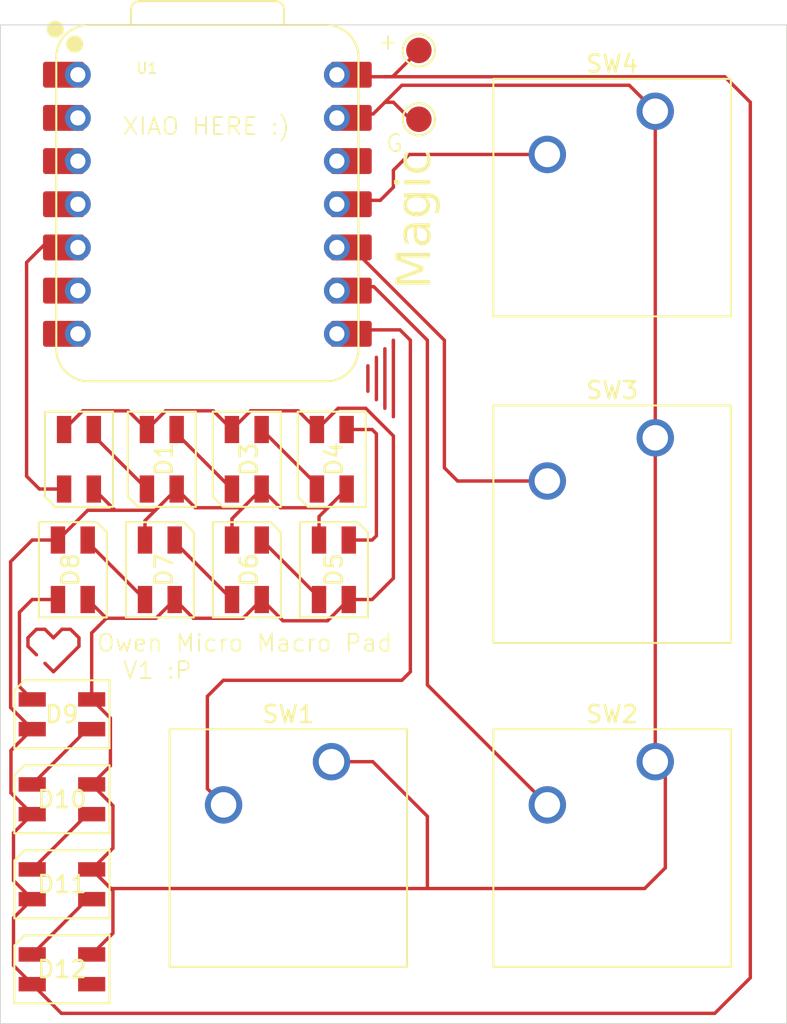
<source format=kicad_pcb>
(kicad_pcb (version 20241229) (generator "pcbnew") (generator_version "9.0")
  (layers (0 "F.Cu" signal) (2 "B.Cu" signal) (13 "F.Paste" user) (15 "B.Paste" user) (5 "F.SilkS" user "F.Silkscreen") (7 "B.SilkS" user "B.Silkscreen") (1 "F.Mask" user) (3 "B.Mask" user) (25 "Edge.Cuts" user))
  (net 0 "")
  (net 1 "GND")
  (net 2 "Net-(D1-DIN)")
  (net 3 "+5V")
  (net 4 "Net-(D2-DIN)")
  (net 5 "Net-(U1-GPIO1{slash}RX)")
  (net 6 "Net-(U1-GPIO2{slash}SCK)")
  (net 7 "Net-(U1-GPIO4{slash}MISO)")
  (net 8 "Net-(U1-GPIO3{slash}MOSI)")
  (net 16 "Net-(D1-DOUT)")
  (net 17 "Net-(D3-DOUT)")
  (net 18 "Net-(D4-DOUT)")
  (net 19 "Net-(D5-DOUT)")
  (net 20 "Net-(D6-DOUT)")
  (net 21 "Net-(D7-DOUT)")
  (net 22 "Net-(D8-DOUT)")
  (net 23 "Net-(D10-DIN)")
  (net 24 "Net-(D10-DOUT)")
  (net 25 "Net-(D11-DOUT)")
  (footprint "LED_SMD:LED_SK6812MINI_PLCC4_3.5x3.5mm_P1.75mm" (layer "F.Cu") (at 66.375 70 -90)
    (property "Reference" "D1" (at 0 -0.125 90) (layer "F.SilkS"))
    (property "Value" "SK6812MINI" (hide yes))
    (fp_line (start -2.8 2) (end 2.2 2) (stroke (width 0.12)) (layer "F.SilkS"))
    (fp_line (start 2.8 1.4) (end 2.2 2) (stroke (width 0.12)) (layer "F.SilkS"))
    (fp_line (start 2.8 1.4) (end 2.8 -2) (stroke (width 0.12)) (layer "F.SilkS"))
    (fp_line (start -2.8 -2) (end -2.8 2) (stroke (width 0.12)) (layer "F.SilkS"))
    (fp_line (start -2.8 -2) (end 2.8 -2) (stroke (width 0.12)) (layer "F.SilkS"))
    (pad "1" smd rect (at -1.75 -0.875 270) (size 1.6 0.85) (layers "F.Cu" "F.Mask" "F.Paste") (net 16 "Net-(D1-DOUT)"))
    (pad "2" smd rect (at -1.75 0.875 270) (size 1.6 0.85) (layers "F.Cu" "F.Mask" "F.Paste") (net 1 "GND"))
    (pad "3" smd rect (at 1.75 0.875 270) (size 1.6 0.85) (layers "F.Cu" "F.Mask" "F.Paste") (net 2 "Net-(D1-DIN)"))
    (pad "4" smd rect (at 1.75 -0.875 270) (size 1.6 0.85) (layers "F.Cu" "F.Mask" "F.Paste") (net 3 "+5V"))
  )
  (footprint "LED_SMD:LED_SK6812MINI_PLCC4_3.5x3.5mm_P1.75mm" (layer "F.Cu") (at 71.38 76.5 90)
    (property "Reference" "D6" (at 0 0.12 90) (layer "F.SilkS"))
    (property "Value" "SK6812MINI" (hide yes))
    (fp_line (start -2.8 -2) (end 2.8 -2) (stroke (width 0.12)) (layer "F.SilkS"))
    (fp_line (start -2.8 -2) (end -2.8 2) (stroke (width 0.12)) (layer "F.SilkS"))
    (fp_line (start 2.8 1.4) (end 2.8 -2) (stroke (width 0.12)) (layer "F.SilkS"))
    (fp_line (start 2.8 1.4) (end 2.2 2) (stroke (width 0.12)) (layer "F.SilkS"))
    (fp_line (start -2.8 2) (end 2.2 2) (stroke (width 0.12)) (layer "F.SilkS"))
    (pad "1" smd rect (at -1.75 -0.875 90) (size 1.6 0.85) (layers "F.Cu" "F.Mask" "F.Paste") (net 20 "Net-(D6-DOUT)"))
    (pad "2" smd rect (at -1.75 0.875 90) (size 1.6 0.85) (layers "F.Cu" "F.Mask" "F.Paste") (net 1 "GND"))
    (pad "3" smd rect (at 1.75 0.875 90) (size 1.6 0.85) (layers "F.Cu" "F.Mask" "F.Paste") (net 19 "Net-(D5-DOUT)"))
    (pad "4" smd rect (at 1.75 -0.875 90) (size 1.6 0.85) (layers "F.Cu" "F.Mask" "F.Paste") (net 3 "+5V"))
  )
  (footprint "LED_SMD:LED_SK6812MINI_PLCC4_3.5x3.5mm_P1.75mm" (layer "F.Cu") (at 76.375 70 -90)
    (property "Reference" "D4" (at 0 -0.125 90) (layer "F.SilkS"))
    (property "Value" "SK6812MINI" (hide yes))
    (fp_line (start -2.8 2) (end 2.2 2) (stroke (width 0.12)) (layer "F.SilkS"))
    (fp_line (start 2.8 1.4) (end 2.2 2) (stroke (width 0.12)) (layer "F.SilkS"))
    (fp_line (start 2.8 1.4) (end 2.8 -2) (stroke (width 0.12)) (layer "F.SilkS"))
    (fp_line (start -2.8 -2) (end -2.8 2) (stroke (width 0.12)) (layer "F.SilkS"))
    (fp_line (start -2.8 -2) (end 2.8 -2) (stroke (width 0.12)) (layer "F.SilkS"))
    (pad "1" smd rect (at -1.75 -0.875 270) (size 1.6 0.85) (layers "F.Cu" "F.Mask" "F.Paste") (net 18 "Net-(D4-DOUT)"))
    (pad "2" smd rect (at -1.75 0.875 270) (size 1.6 0.85) (layers "F.Cu" "F.Mask" "F.Paste") (net 1 "GND"))
    (pad "3" smd rect (at 1.75 0.875 270) (size 1.6 0.85) (layers "F.Cu" "F.Mask" "F.Paste") (net 17 "Net-(D3-DOUT)"))
    (pad "4" smd rect (at 1.75 -0.875 270) (size 1.6 0.85) (layers "F.Cu" "F.Mask" "F.Paste") (net 3 "+5V"))
  )
  (footprint "Button_Switch_Keyboard:SW_Cherry_MX_1.00u_PCB" (layer "F.Cu") (at 95.40875 68.73875)
    (property "Reference" "SW3" (at -2.54 -2.794 0) (layer "F.SilkS"))
    (property "Value" "SW_Push")
    (fp_line (start -9.525 -1.905) (end 4.445 -1.905) (stroke (width 0.12)) (layer "F.SilkS"))
    (fp_line (start -9.525 12.065) (end -9.525 -1.905) (stroke (width 0.12)) (layer "F.SilkS"))
    (fp_line (start 4.445 -1.905) (end 4.445 12.065) (stroke (width 0.12)) (layer "F.SilkS"))
    (fp_line (start 4.445 12.065) (end -9.525 12.065) (stroke (width 0.12)) (layer "F.SilkS"))
    (pad "" np_thru_hole circle (at -7.62 5.08) (size 1.7 1.7) (drill 1.7) (layers "*.Cu" "*.Mask"))
    (pad "" np_thru_hole circle (at -2.54 5.08) (size 4 4) (drill 4) (layers "*.Cu" "*.Mask"))
    (pad "" np_thru_hole circle (at 2.54 5.08) (size 1.7 1.7) (drill 1.7) (layers "*.Cu" "*.Mask"))
    (pad "1" thru_hole circle (at 0 0) (size 2.2 2.2) (drill 1.5) (layers "*.Cu" "*.Mask") (net 1 "GND"))
    (pad "2" thru_hole circle (at -6.35 2.54) (size 2.2 2.2) (drill 1.5) (layers "*.Cu" "*.Mask") (net 7 "Net-(U1-GPIO4{slash}MISO)"))
  )
  (footprint "LED_SMD:LED_SK6812MINI_PLCC4_3.5x3.5mm_P1.75mm" (layer "F.Cu") (at 66.26 76.5 90)
    (property "Reference" "D7" (at 0 0.24 90) (layer "F.SilkS"))
    (property "Value" "SK6812MINI" (hide yes))
    (fp_line (start -2.8 -2) (end 2.8 -2) (stroke (width 0.12)) (layer "F.SilkS"))
    (fp_line (start -2.8 -2) (end -2.8 2) (stroke (width 0.12)) (layer "F.SilkS"))
    (fp_line (start 2.8 1.4) (end 2.8 -2) (stroke (width 0.12)) (layer "F.SilkS"))
    (fp_line (start 2.8 1.4) (end 2.2 2) (stroke (width 0.12)) (layer "F.SilkS"))
    (fp_line (start -2.8 2) (end 2.2 2) (stroke (width 0.12)) (layer "F.SilkS"))
    (pad "1" smd rect (at -1.75 -0.875 90) (size 1.6 0.85) (layers "F.Cu" "F.Mask" "F.Paste") (net 21 "Net-(D7-DOUT)"))
    (pad "2" smd rect (at -1.75 0.875 90) (size 1.6 0.85) (layers "F.Cu" "F.Mask" "F.Paste") (net 1 "GND"))
    (pad "3" smd rect (at 1.75 0.875 90) (size 1.6 0.85) (layers "F.Cu" "F.Mask" "F.Paste") (net 20 "Net-(D6-DOUT)"))
    (pad "4" smd rect (at 1.75 -0.875 90) (size 1.6 0.85) (layers "F.Cu" "F.Mask" "F.Paste") (net 3 "+5V"))
  )
  (footprint "LED_SMD:LED_SK6812MINI_PLCC4_3.5x3.5mm_P1.75mm" (layer "F.Cu") (at 60.5 95 180)
    (property "Reference" "D11" (at 0 0 0) (layer "F.SilkS"))
    (property "Value" "SK6812MINI" (hide yes))
    (fp_line (start 2.8 1.4) (end 2.8 -2) (stroke (width 0.12)) (layer "F.SilkS"))
    (fp_line (start 2.8 1.4) (end 2.2 2) (stroke (width 0.12)) (layer "F.SilkS"))
    (fp_line (start -2.8 2) (end 2.2 2) (stroke (width 0.12)) (layer "F.SilkS"))
    (fp_line (start -2.8 -2) (end 2.8 -2) (stroke (width 0.12)) (layer "F.SilkS"))
    (fp_line (start -2.8 -2) (end -2.8 2) (stroke (width 0.12)) (layer "F.SilkS"))
    (pad "1" smd rect (at -1.75 -0.875 180) (size 1.6 0.85) (layers "F.Cu" "F.Mask" "F.Paste") (net 25 "Net-(D11-DOUT)"))
    (pad "2" smd rect (at -1.75 0.875 180) (size 1.6 0.85) (layers "F.Cu" "F.Mask" "F.Paste") (net 1 "GND"))
    (pad "3" smd rect (at 1.75 0.875 180) (size 1.6 0.85) (layers "F.Cu" "F.Mask" "F.Paste") (net 24 "Net-(D10-DOUT)"))
    (pad "4" smd rect (at 1.75 -0.875 180) (size 1.6 0.85) (layers "F.Cu" "F.Mask" "F.Paste") (net 3 "+5V"))
  )
  (footprint "LED_SMD:LED_SK6812MINI_PLCC4_3.5x3.5mm_P1.75mm" (layer "F.Cu") (at 61.14 76.5 90)
    (property "Reference" "D8" (at 0 -0.14 90) (layer "F.SilkS"))
    (property "Value" "SK6812MINI" (hide yes))
    (fp_line (start -2.8 -2) (end 2.8 -2) (stroke (width 0.12)) (layer "F.SilkS"))
    (fp_line (start -2.8 -2) (end -2.8 2) (stroke (width 0.12)) (layer "F.SilkS"))
    (fp_line (start 2.8 1.4) (end 2.8 -2) (stroke (width 0.12)) (layer "F.SilkS"))
    (fp_line (start 2.8 1.4) (end 2.2 2) (stroke (width 0.12)) (layer "F.SilkS"))
    (fp_line (start -2.8 2) (end 2.2 2) (stroke (width 0.12)) (layer "F.SilkS"))
    (pad "1" smd rect (at -1.75 -0.875 90) (size 1.6 0.85) (layers "F.Cu" "F.Mask" "F.Paste") (net 22 "Net-(D8-DOUT)"))
    (pad "2" smd rect (at -1.75 0.875 90) (size 1.6 0.85) (layers "F.Cu" "F.Mask" "F.Paste") (net 1 "GND"))
    (pad "3" smd rect (at 1.75 0.875 90) (size 1.6 0.85) (layers "F.Cu" "F.Mask" "F.Paste") (net 21 "Net-(D7-DOUT)"))
    (pad "4" smd rect (at 1.75 -0.875 90) (size 1.6 0.85) (layers "F.Cu" "F.Mask" "F.Paste") (net 3 "+5V"))
  )
  (footprint "LED_SMD:LED_SK6812MINI_PLCC4_3.5x3.5mm_P1.75mm" (layer "F.Cu") (at 60.5 100 180)
    (property "Reference" "D12" (at 0 0 0) (layer "F.SilkS"))
    (property "Value" "SK6812MINI" (hide yes))
    (fp_line (start 2.8 1.4) (end 2.8 -2) (stroke (width 0.12)) (layer "F.SilkS"))
    (fp_line (start 2.8 1.4) (end 2.2 2) (stroke (width 0.12)) (layer "F.SilkS"))
    (fp_line (start -2.8 2) (end 2.2 2) (stroke (width 0.12)) (layer "F.SilkS"))
    (fp_line (start -2.8 -2) (end 2.8 -2) (stroke (width 0.12)) (layer "F.SilkS"))
    (fp_line (start -2.8 -2) (end -2.8 2) (stroke (width 0.12)) (layer "F.SilkS"))
    (pad "1" smd rect (at -1.75 -0.875 180) (size 1.6 0.85) (layers "F.Cu" "F.Mask" "F.Paste"))
    (pad "2" smd rect (at -1.75 0.875 180) (size 1.6 0.85) (layers "F.Cu" "F.Mask" "F.Paste") (net 1 "GND"))
    (pad "3" smd rect (at 1.75 0.875 180) (size 1.6 0.85) (layers "F.Cu" "F.Mask" "F.Paste") (net 25 "Net-(D11-DOUT)"))
    (pad "4" smd rect (at 1.75 -0.875 180) (size 1.6 0.85) (layers "F.Cu" "F.Mask" "F.Paste") (net 3 "+5V"))
  )
  (footprint "TestPoint:TestPoint_Pad_D1.5mm" (layer "F.Cu") (at 81.5 45.95)
    (property "Reference" "TP1" (hide yes))
    (property "Value" "TestPoint" (hide yes))
    (fp_circle (center 0 0) (end 0 0.95) (stroke (width 0.12)) (fill no) (layer "F.SilkS"))
    (pad "1" smd circle (at 0 0) (size 1.5 1.5) (layers "F.Cu" "F.Mask") (net 3 "+5V"))
  )
  (footprint "LED_SMD:LED_SK6812MINI_PLCC4_3.5x3.5mm_P1.75mm" (layer "F.Cu") (at 61.5 70 -90)
    (property "Reference" "D2" (hide yes))
    (property "Value" "SK6812MINI")
    (fp_line (start -2.8 2) (end 2.2 2) (stroke (width 0.12)) (layer "F.SilkS"))
    (fp_line (start 2.8 1.4) (end 2.2 2) (stroke (width 0.12)) (layer "F.SilkS"))
    (fp_line (start 2.8 1.4) (end 2.8 -2) (stroke (width 0.12)) (layer "F.SilkS"))
    (fp_line (start -2.8 -2) (end -2.8 2) (stroke (width 0.12)) (layer "F.SilkS"))
    (fp_line (start -2.8 -2) (end 2.8 -2) (stroke (width 0.12)) (layer "F.SilkS"))
    (pad "1" smd rect (at -1.75 -0.875 270) (size 1.6 0.85) (layers "F.Cu" "F.Mask" "F.Paste") (net 2 "Net-(D1-DIN)"))
    (pad "2" smd rect (at -1.75 0.875 270) (size 1.6 0.85) (layers "F.Cu" "F.Mask" "F.Paste") (net 1 "GND"))
    (pad "3" smd rect (at 1.75 0.875 270) (size 1.6 0.85) (layers "F.Cu" "F.Mask" "F.Paste") (net 4 "Net-(D2-DIN)"))
    (pad "4" smd rect (at 1.75 -0.875 270) (size 1.6 0.85) (layers "F.Cu" "F.Mask" "F.Paste") (net 3 "+5V"))
  )
  (footprint "TestPoint:TestPoint_Pad_D1.5mm" (layer "F.Cu") (at 81.5 50)
    (property "Reference" "TP2" (hide yes))
    (property "Value" "TestPoint" (hide yes))
    (fp_circle (center 0 0) (end 0 0.95) (stroke (width 0.12)) (fill no) (layer "F.SilkS"))
    (pad "1" smd circle (at 0 0) (size 1.5 1.5) (layers "F.Cu" "F.Mask") (net 1 "GND"))
  )
  (footprint "OPL:XIAO-RP2040-DIP" (layer "F.Cu") (at 69.05625 55)
    (property "Reference" "U1" (at -3.55625 -8 0) (layer "F.SilkS") (effects (font (size 0.635 0.635) (thickness 0.1016))))
    (property "Value" "XIAO-RP2040-DIP")
    (fp_line (start -8.89 8.509) (end -8.89 -8.636) (stroke (width 0.127)) (layer "F.SilkS"))
    (fp_line (start -6.985 10.414) (end 6.985 10.414) (stroke (width 0.127)) (layer "F.SilkS"))
    (fp_line (start -4.495 -10.541) (end -4.491272 -11.451272) (stroke (width 0.127)) (layer "F.SilkS"))
    (fp_line (start -3.991272 -11.951) (end 4.004 -11.951) (stroke (width 0.127)) (layer "F.SilkS"))
    (fp_line (start 4.504 -11.451) (end 4.504 -10.541) (stroke (width 0.127)) (layer "F.SilkS"))
    (fp_line (start 6.985 -10.541) (end -6.985 -10.541) (stroke (width 0.1)) (layer "F.SilkS"))
    (fp_line (start 6.985 -10.541) (end -6.985 -10.541) (stroke (width 0.127)) (layer "F.SilkS"))
    (fp_line (start 8.89 8.509) (end 8.89 -8.636) (stroke (width 0.127)) (layer "F.SilkS"))
    (fp_arc (start -8.89 -8.636) (mid -8.332038 -9.983038) (end -6.985 -10.541) (stroke (width 0.127)) (layer "F.SilkS"))
    (fp_arc (start -6.985 10.414) (mid -8.332038 9.856038) (end -8.89 8.509) (stroke (width 0.127)) (layer "F.SilkS"))
    (fp_arc (start -4.491272 -11.451272) (mid -4.344728 -11.80464) (end -3.991272 -11.951) (stroke (width 0.127)) (layer "F.SilkS"))
    (fp_arc (start 4.004 -11.951) (mid 4.357553 -11.804553) (end 4.504 -11.451) (stroke (width 0.127)) (layer "F.SilkS"))
    (fp_arc (start 6.985 -10.541) (mid 8.332038 -9.983038) (end 8.89 -8.636) (stroke (width 0.127)) (layer "F.SilkS"))
    (fp_arc (start 8.89 8.509) (mid 8.332038 9.856038) (end 6.985 10.414) (stroke (width 0.127)) (layer "F.SilkS"))
    (fp_circle (center -8.95 -10.3) (end -8.95 -10.554) (stroke (width 0.5)) (fill yes) (layer "F.SilkS"))
    (fp_circle (center -7.807 -9.42) (end -7.807 -9.674) (stroke (width 0.5)) (fill yes) (layer "F.SilkS"))
    (pad "1" smd roundrect (at -8.455 -7.62 180) (size 2.432 1.524) (layers "F.Cu" "F.Mask") (roundrect_rratio 0.1))
    (pad "1" thru_hole circle (at -7.62 -7.62 180) (size 1.524 1.524) (drill 0.889) (layers "*.Cu" "*.Mask"))
    (pad "2" smd roundrect (at -8.455 -5.08 180) (size 2.432 1.524) (layers "F.Cu" "F.Mask") (roundrect_rratio 0.1))
    (pad "2" thru_hole circle (at -7.62 -5.08 180) (size 1.524 1.524) (drill 0.889) (layers "*.Cu" "*.Mask"))
    (pad "3" smd roundrect (at -8.455 -2.54 180) (size 2.432 1.524) (layers "F.Cu" "F.Mask") (roundrect_rratio 0.1))
    (pad "3" thru_hole circle (at -7.62 -2.54 180) (size 1.524 1.524) (drill 0.889) (layers "*.Cu" "*.Mask"))
    (pad "4" smd roundrect (at -8.455 0 180) (size 2.432 1.524) (layers "F.Cu" "F.Mask") (roundrect_rratio 0.1))
    (pad "4" thru_hole circle (at -7.62 0 180) (size 1.524 1.524) (drill 0.889) (layers "*.Cu" "*.Mask"))
    (pad "5" smd roundrect (at -8.455 2.54 180) (size 2.432 1.524) (layers "F.Cu" "F.Mask") (roundrect_rratio 0.1) (net 4 "Net-(D2-DIN)"))
    (pad "5" thru_hole circle (at -7.62 2.54 180) (size 1.524 1.524) (drill 0.889) (layers "*.Cu" "*.Mask") (net 4 "Net-(D2-DIN)"))
    (pad "6" smd roundrect (at -8.455 5.08 180) (size 2.432 1.524) (layers "F.Cu" "F.Mask") (roundrect_rratio 0.1))
    (pad "6" thru_hole circle (at -7.62 5.08 180) (size 1.524 1.524) (drill 0.889) (layers "*.Cu" "*.Mask"))
    (pad "7" smd roundrect (at -8.455 7.62 180) (size 2.432 1.524) (layers "F.Cu" "F.Mask") (roundrect_rratio 0.1))
    (pad "7" thru_hole circle (at -7.62 7.62 180) (size 1.524 1.524) (drill 0.889) (layers "*.Cu" "*.Mask"))
    (pad "8" thru_hole circle (at 7.62 7.62) (size 1.524 1.524) (drill 0.889) (layers "*.Cu" "*.Mask") (net 5 "Net-(U1-GPIO1{slash}RX)"))
    (pad "8" smd roundrect (at 8.455 7.62) (size 2.432 1.524) (layers "F.Cu" "F.Mask") (roundrect_rratio 0.1) (net 5 "Net-(U1-GPIO1{slash}RX)"))
    (pad "9" thru_hole circle (at 7.62 5.08) (size 1.524 1.524) (drill 0.889) (layers "*.Cu" "*.Mask") (net 6 "Net-(U1-GPIO2{slash}SCK)"))
    (pad "9" smd roundrect (at 8.455 5.08) (size 2.432 1.524) (layers "F.Cu" "F.Mask") (roundrect_rratio 0.1) (net 6 "Net-(U1-GPIO2{slash}SCK)"))
    (pad "10" thru_hole circle (at 7.62 2.54) (size 1.524 1.524) (drill 0.889) (layers "*.Cu" "*.Mask") (net 7 "Net-(U1-GPIO4{slash}MISO)"))
    (pad "10" smd roundrect (at 8.455 2.54) (size 2.432 1.524) (layers "F.Cu" "F.Mask") (roundrect_rratio 0.1) (net 7 "Net-(U1-GPIO4{slash}MISO)"))
    (pad "11" thru_hole circle (at 7.62 0) (size 1.524 1.524) (drill 0.889) (layers "*.Cu" "*.Mask") (net 8 "Net-(U1-GPIO3{slash}MOSI)"))
    (pad "11" smd roundrect (at 8.455 0) (size 2.432 1.524) (layers "F.Cu" "F.Mask") (roundrect_rratio 0.1) (net 8 "Net-(U1-GPIO3{slash}MOSI)"))
    (pad "12" thru_hole circle (at 7.62 -2.54) (size 1.524 1.524) (drill 0.889) (layers "*.Cu" "*.Mask"))
    (pad "12" smd roundrect (at 8.455 -2.54) (size 2.432 1.524) (layers "F.Cu" "F.Mask") (roundrect_rratio 0.1))
    (pad "13" thru_hole circle (at 7.62 -5.08) (size 1.524 1.524) (drill 0.889) (layers "*.Cu" "*.Mask") (net 1 "GND"))
    (pad "13" smd roundrect (at 8.455 -5.08) (size 2.432 1.524) (layers "F.Cu" "F.Mask") (roundrect_rratio 0.1) (net 1 "GND"))
    (pad "14" thru_hole circle (at 7.62 -7.62) (size 1.524 1.524) (drill 0.889) (layers "*.Cu" "*.Mask") (net 3 "+5V"))
    (pad "14" smd roundrect (at 8.455 -7.62) (size 2.432 1.524) (layers "F.Cu" "F.Mask") (roundrect_rratio 0.1) (net 3 "+5V"))
  )
  (footprint "Button_Switch_Keyboard:SW_Cherry_MX_1.00u_PCB" (layer "F.Cu") (at 95.40875 87.78875)
    (property "Reference" "SW2" (at -2.54 -2.794 0) (layer "F.SilkS"))
    (property "Value" "SW_Push")
    (fp_line (start -9.525 -1.905) (end 4.445 -1.905) (stroke (width 0.12)) (layer "F.SilkS"))
    (fp_line (start -9.525 12.065) (end -9.525 -1.905) (stroke (width 0.12)) (layer "F.SilkS"))
    (fp_line (start 4.445 -1.905) (end 4.445 12.065) (stroke (width 0.12)) (layer "F.SilkS"))
    (fp_line (start 4.445 12.065) (end -9.525 12.065) (stroke (width 0.12)) (layer "F.SilkS"))
    (pad "" np_thru_hole circle (at -7.62 5.08) (size 1.7 1.7) (drill 1.7) (layers "*.Cu" "*.Mask"))
    (pad "" np_thru_hole circle (at -2.54 5.08) (size 4 4) (drill 4) (layers "*.Cu" "*.Mask"))
    (pad "" np_thru_hole circle (at 2.54 5.08) (size 1.7 1.7) (drill 1.7) (layers "*.Cu" "*.Mask"))
    (pad "1" thru_hole circle (at 0 0) (size 2.2 2.2) (drill 1.5) (layers "*.Cu" "*.Mask") (net 1 "GND"))
    (pad "2" thru_hole circle (at -6.35 2.54) (size 2.2 2.2) (drill 1.5) (layers "*.Cu" "*.Mask") (net 6 "Net-(U1-GPIO2{slash}SCK)"))
  )
  (footprint "Button_Switch_Keyboard:SW_Cherry_MX_1.00u_PCB" (layer "F.Cu") (at 95.40875 49.53)
    (property "Reference" "SW4" (at -2.54 -2.794 0) (layer "F.SilkS"))
    (property "Value" "SW_Push")
    (fp_line (start -9.525 -1.905) (end 4.445 -1.905) (stroke (width 0.12)) (layer "F.SilkS"))
    (fp_line (start -9.525 12.065) (end -9.525 -1.905) (stroke (width 0.12)) (layer "F.SilkS"))
    (fp_line (start 4.445 -1.905) (end 4.445 12.065) (stroke (width 0.12)) (layer "F.SilkS"))
    (fp_line (start 4.445 12.065) (end -9.525 12.065) (stroke (width 0.12)) (layer "F.SilkS"))
    (pad "" np_thru_hole circle (at -7.62 5.08) (size 1.7 1.7) (drill 1.7) (layers "*.Cu" "*.Mask"))
    (pad "" np_thru_hole circle (at -2.54 5.08) (size 4 4) (drill 4) (layers "*.Cu" "*.Mask"))
    (pad "" np_thru_hole circle (at 2.54 5.08) (size 1.7 1.7) (drill 1.7) (layers "*.Cu" "*.Mask"))
    (pad "1" thru_hole circle (at 0 0) (size 2.2 2.2) (drill 1.5) (layers "*.Cu" "*.Mask") (net 1 "GND"))
    (pad "2" thru_hole circle (at -6.35 2.54) (size 2.2 2.2) (drill 1.5) (layers "*.Cu" "*.Mask") (net 8 "Net-(U1-GPIO3{slash}MOSI)"))
  )
  (footprint "LED_SMD:LED_SK6812MINI_PLCC4_3.5x3.5mm_P1.75mm" (layer "F.Cu") (at 60.5 90 180)
    (property "Reference" "D10" (at 0 0 0) (layer "F.SilkS"))
    (property "Value" "SK6812MINI" (hide yes))
    (fp_line (start 2.8 1.4) (end 2.8 -2) (stroke (width 0.12)) (layer "F.SilkS"))
    (fp_line (start 2.8 1.4) (end 2.2 2) (stroke (width 0.12)) (layer "F.SilkS"))
    (fp_line (start -2.8 2) (end 2.2 2) (stroke (width 0.12)) (layer "F.SilkS"))
    (fp_line (start -2.8 -2) (end 2.8 -2) (stroke (width 0.12)) (layer "F.SilkS"))
    (fp_line (start -2.8 -2) (end -2.8 2) (stroke (width 0.12)) (layer "F.SilkS"))
    (pad "1" smd rect (at -1.75 -0.875 180) (size 1.6 0.85) (layers "F.Cu" "F.Mask" "F.Paste") (net 24 "Net-(D10-DOUT)"))
    (pad "2" smd rect (at -1.75 0.875 180) (size 1.6 0.85) (layers "F.Cu" "F.Mask" "F.Paste") (net 1 "GND"))
    (pad "3" smd rect (at 1.75 0.875 180) (size 1.6 0.85) (layers "F.Cu" "F.Mask" "F.Paste") (net 23 "Net-(D10-DIN)"))
    (pad "4" smd rect (at 1.75 -0.875 180) (size 1.6 0.85) (layers "F.Cu" "F.Mask" "F.Paste") (net 3 "+5V"))
  )
  (footprint "LED_SMD:LED_SK6812MINI_PLCC4_3.5x3.5mm_P1.75mm" (layer "F.Cu") (at 76.5 76.5 90)
    (property "Reference" "D5" (at 0 0 90) (layer "F.SilkS"))
    (property "Value" "SK6812MINI" (hide yes))
    (fp_line (start -2.8 -2) (end 2.8 -2) (stroke (width 0.12)) (layer "F.SilkS"))
    (fp_line (start -2.8 -2) (end -2.8 2) (stroke (width 0.12)) (layer "F.SilkS"))
    (fp_line (start 2.8 1.4) (end 2.8 -2) (stroke (width 0.12)) (layer "F.SilkS"))
    (fp_line (start 2.8 1.4) (end 2.2 2) (stroke (width 0.12)) (layer "F.SilkS"))
    (fp_line (start -2.8 2) (end 2.2 2) (stroke (width 0.12)) (layer "F.SilkS"))
    (pad "1" smd rect (at -1.75 -0.875 90) (size 1.6 0.85) (layers "F.Cu" "F.Mask" "F.Paste") (net 19 "Net-(D5-DOUT)"))
    (pad "2" smd rect (at -1.75 0.875 90) (size 1.6 0.85) (layers "F.Cu" "F.Mask" "F.Paste") (net 1 "GND"))
    (pad "3" smd rect (at 1.75 0.875 90) (size 1.6 0.85) (layers "F.Cu" "F.Mask" "F.Paste") (net 18 "Net-(D4-DOUT)"))
    (pad "4" smd rect (at 1.75 -0.875 90) (size 1.6 0.85) (layers "F.Cu" "F.Mask" "F.Paste") (net 3 "+5V"))
  )
  (footprint "LED_SMD:LED_SK6812MINI_PLCC4_3.5x3.5mm_P1.75mm" (layer "F.Cu") (at 71.375 70 -90)
    (property "Reference" "D3" (at 0 -0.125 90) (layer "F.SilkS"))
    (property "Value" "SK6812MINI" (hide yes))
    (fp_line (start -2.8 2) (end 2.2 2) (stroke (width 0.12)) (layer "F.SilkS"))
    (fp_line (start 2.8 1.4) (end 2.2 2) (stroke (width 0.12)) (layer "F.SilkS"))
    (fp_line (start 2.8 1.4) (end 2.8 -2) (stroke (width 0.12)) (layer "F.SilkS"))
    (fp_line (start -2.8 -2) (end -2.8 2) (stroke (width 0.12)) (layer "F.SilkS"))
    (fp_line (start -2.8 -2) (end 2.8 -2) (stroke (width 0.12)) (layer "F.SilkS"))
    (pad "1" smd rect (at -1.75 -0.875 270) (size 1.6 0.85) (layers "F.Cu" "F.Mask" "F.Paste") (net 17 "Net-(D3-DOUT)"))
    (pad "2" smd rect (at -1.75 0.875 270) (size 1.6 0.85) (layers "F.Cu" "F.Mask" "F.Paste") (net 1 "GND"))
    (pad "3" smd rect (at 1.75 0.875 270) (size 1.6 0.85) (layers "F.Cu" "F.Mask" "F.Paste") (net 16 "Net-(D1-DOUT)"))
    (pad "4" smd rect (at 1.75 -0.875 270) (size 1.6 0.85) (layers "F.Cu" "F.Mask" "F.Paste") (net 3 "+5V"))
  )
  (footprint "Button_Switch_Keyboard:SW_Cherry_MX_1.00u_PCB" (layer "F.Cu") (at 76.35875 87.78875)
    (property "Reference" "SW1" (at -2.54 -2.794 0) (layer "F.SilkS"))
    (property "Value" "SW_Push")
    (fp_line (start -9.525 -1.905) (end 4.445 -1.905) (stroke (width 0.12)) (layer "F.SilkS"))
    (fp_line (start -9.525 12.065) (end -9.525 -1.905) (stroke (width 0.12)) (layer "F.SilkS"))
    (fp_line (start 4.445 -1.905) (end 4.445 12.065) (stroke (width 0.12)) (layer "F.SilkS"))
    (fp_line (start 4.445 12.065) (end -9.525 12.065) (stroke (width 0.12)) (layer "F.SilkS"))
    (pad "" np_thru_hole circle (at -7.62 5.08) (size 1.7 1.7) (drill 1.7) (layers "*.Cu" "*.Mask"))
    (pad "" np_thru_hole circle (at -2.54 5.08) (size 4 4) (drill 4) (layers "*.Cu" "*.Mask"))
    (pad "" np_thru_hole circle (at 2.54 5.08) (size 1.7 1.7) (drill 1.7) (layers "*.Cu" "*.Mask"))
    (pad "1" thru_hole circle (at 0 0) (size 2.2 2.2) (drill 1.5) (layers "*.Cu" "*.Mask") (net 1 "GND"))
    (pad "2" thru_hole circle (at -6.35 2.54) (size 2.2 2.2) (drill 1.5) (layers "*.Cu" "*.Mask") (net 5 "Net-(U1-GPIO1{slash}RX)"))
  )
  (footprint "LED_SMD:LED_SK6812MINI_PLCC4_3.5x3.5mm_P1.75mm" (layer "F.Cu") (at 60.5 85 180)
    (property "Reference" "D9" (at 0 0 0) (layer "F.SilkS"))
    (property "Value" "SK6812MINI" (hide yes))
    (fp_line (start 2.8 1.4) (end 2.8 -2) (stroke (width 0.12)) (layer "F.SilkS"))
    (fp_line (start 2.8 1.4) (end 2.2 2) (stroke (width 0.12)) (layer "F.SilkS"))
    (fp_line (start -2.8 2) (end 2.2 2) (stroke (width 0.12)) (layer "F.SilkS"))
    (fp_line (start -2.8 -2) (end 2.8 -2) (stroke (width 0.12)) (layer "F.SilkS"))
    (fp_line (start -2.8 -2) (end -2.8 2) (stroke (width 0.12)) (layer "F.SilkS"))
    (pad "1" smd rect (at -1.75 -0.875 180) (size 1.6 0.85) (layers "F.Cu" "F.Mask" "F.Paste") (net 23 "Net-(D10-DIN)"))
    (pad "2" smd rect (at -1.75 0.875 180) (size 1.6 0.85) (layers "F.Cu" "F.Mask" "F.Paste") (net 1 "GND"))
    (pad "3" smd rect (at 1.75 0.875 180) (size 1.6 0.85) (layers "F.Cu" "F.Mask" "F.Paste") (net 22 "Net-(D8-DOUT)"))
    (pad "4" smd rect (at 1.75 -0.875 180) (size 1.6 0.85) (layers "F.Cu" "F.Mask" "F.Paste") (net 3 "+5V"))
  )
  (gr_rect (start 56.88 44.45) (end 103.14 103.19) (stroke (width 0.05)) (fill no) (layer "Edge.Cuts"))
  (gr_text "XIAO HERE :)" (at 64 51 0) (layer "F.SilkS") (effects (font (size 1 1) (thickness 0.1)) (justify left bottom)))
  (gr_text "+" (at 79 46 0) (layer "F.SilkS") (effects (font (size 1 1) (thickness 0.1)) (justify left bottom)))
  (gr_text "G" (at 79.5 52 0) (layer "F.SilkS") (effects (font (size 1 1) (thickness 0.1)) (justify left bottom)))
  (gr_text "Owen Micro Macro Pad\n  V1 :P" (at 62.5 83 0) (layer "F.SilkS") (effects (font (size 1 1) (thickness 0.1)) (justify left bottom)))
  (gr_text "Magic" (at 82.5 60 90) (layer "F.SilkS") (effects (font (size 2 2) (thickness 0.1)) (justify left bottom)))
  (segment (start 79 64) (end 79 66.5) (width 0.2) (layer "F.Cu") (net 0))
  (segment (start 80 63) (end 80 63.5) (width 0.2) (layer "F.Cu") (net 0))
  (segment (start 60.5 80) (end 60 80.5) (width 0.2) (layer "F.Cu") (net 0))
  (segment (start 61.5 81) (end 61.5 80.5) (width 0.2) (layer "F.Cu") (net 0))
  (segment (start 78.5 64.5) (end 78.5 66) (width 0.2) (layer "F.Cu") (net 0))
  (segment (start 59.5 82) (end 60 82.5) (width 0.2) (layer "F.Cu") (net 0))
  (segment (start 59.5 80) (end 59 80) (width 0.2) (layer "F.Cu") (net 0))
  (segment (start 58.5 81) (end 59 81.5) (width 0.2) (layer "F.Cu") (net 0))
  (segment (start 60 80.5) (end 59.5 80) (width 0.2) (layer "F.Cu") (net 0))
  (segment (start 79.5 63.5) (end 79.5 67) (width 0.2) (layer "F.Cu") (net 0))
  (segment (start 80 67.5) (end 80 63) (width 0.2) (layer "F.Cu") (net 0))
  (segment (start 60 82.5) (end 61.5 81) (width 0.2) (layer "F.Cu") (net 0))
  (segment (start 61.5 80.5) (end 61 80) (width 0.2) (layer "F.Cu") (net 0))
  (segment (start 59 80) (end 58.5 80.5) (width 0.2) (layer "F.Cu") (net 0))
  (segment (start 61 80) (end 60.5 80) (width 0.2) (layer "F.Cu") (net 0))
  (segment (start 58.5 80.5) (end 58.5 81) (width 0.2) (layer "F.Cu") (net 0))
  (segment (start 63.351 85.226) (end 63.351 88.024) (width 0.2) (layer "F.Cu") (net 1))
  (segment (start 72.255 78.25) (end 71.154 79.351) (width 0.2) (layer "F.Cu") (net 1))
  (segment (start 63.351 88.024) (end 62.25 89.125) (width 0.2) (layer "F.Cu") (net 1))
  (segment (start 67.135 78.25) (end 66.034 79.351) (width 0.2) (layer "F.Cu") (net 1))
  (segment (start 63.375 95.25) (end 82 95.25) (width 0.2) (layer "F.Cu") (net 1))
  (segment (start 75.5 68.25) (end 76.75 67) (width 0.2) (layer "F.Cu") (net 1))
  (segment (start 73.505 79.5) (end 72.255 78.25) (width 0.2) (layer "F.Cu") (net 1))
  (segment (start 62.25 80.217) (end 63.116 79.351) (width 0.2) (layer "F.Cu") (net 1))
  (segment (start 63.5 97.875) (end 62.25 99.125) (width 0.2) (layer "F.Cu") (net 1))
  (segment (start 78.75 78.25) (end 77.375 78.25) (width 0.2) (layer "F.Cu") (net 1))
  (segment (start 62.25 84.125) (end 62.25 80.217) (width 0.2) (layer "F.Cu") (net 1))
  (segment (start 76.35875 87.78875) (end 78.78875 87.78875) (width 0.2) (layer "F.Cu") (net 1))
  (segment (start 77.375 78.25) (end 76.125 79.5) (width 0.2) (layer "F.Cu") (net 1))
  (segment (start 80 77) (end 78.75 78.25) (width 0.2) (layer "F.Cu") (net 1))
  (segment (start 69.399 67.149) (end 70.5 68.25) (width 0.2) (layer "F.Cu") (net 1))
  (segment (start 96 94.031158) (end 96 88.38) (width 0.2) (layer "F.Cu") (net 1))
  (segment (start 95.40875 49.53) (end 93.87875 48) (width 0.2) (layer "F.Cu") (net 1))
  (segment (start 63.5 95.375) (end 63.5 97.875) (width 0.2) (layer "F.Cu") (net 1))
  (segment (start 80.5 48) (end 79.5 49) (width 0.2) (layer "F.Cu") (net 1))
  (segment (start 71.154 79.351) (end 68.236 79.351) (width 0.2) (layer "F.Cu") (net 1))
  (segment (start 66.034 79.351) (end 63.116 79.351) (width 0.2) (layer "F.Cu") (net 1))
  (segment (start 66.601 67.149) (end 69.399 67.149) (width 0.2) (layer "F.Cu") (net 1))
  (segment (start 82 95.25) (end 94.781158 95.25) (width 0.2) (layer "F.Cu") (net 1))
  (segment (start 82 91) (end 82 95.25) (width 0.2) (layer "F.Cu") (net 1))
  (segment (start 79.5 49) (end 79 49.5) (width 0.2) (layer "F.Cu") (net 1))
  (segment (start 74.399 67.149) (end 75.5 68.25) (width 0.2) (layer "F.Cu") (net 1))
  (segment (start 78.81125 49.68875) (end 77.51125 49.68875) (width 0.2) (layer "F.Cu") (net 1))
  (segment (start 70.5 68.25) (end 71.601 67.149) (width 0.2) (layer "F.Cu") (net 1))
  (segment (start 61.726 67.149) (end 64.399 67.149) (width 0.2) (layer "F.Cu") (net 1))
  (segment (start 95.40875 87.78875) (end 95.40875 68.73875) (width 0.2) (layer "F.Cu") (net 1))
  (segment (start 78.375 67) (end 80 68.625) (width 0.2) (layer "F.Cu") (net 1))
  (segment (start 63.116 79.351) (end 62.015 78.25) (width 0.2) (layer "F.Cu") (net 1))
  (segment (start 71.601 67.149) (end 74.399 67.149) (width 0.2) (layer "F.Cu") (net 1))
  (segment (start 76.125 79.5) (end 73.505 79.5) (width 0.2) (layer "F.Cu") (net 1))
  (segment (start 62.25 94.125) (end 63.5 95.375) (width 0.2) (layer "F.Cu") (net 1))
  (segment (start 78.78875 87.78875) (end 82 91) (width 0.2) (layer "F.Cu") (net 1))
  (segment (start 60.625 68.25) (end 61.726 67.149) (width 0.2) (layer "F.Cu") (net 1))
  (segment (start 96 88.38) (end 95.40875 87.78875) (width 0.2) (layer "F.Cu") (net 1))
  (segment (start 76.75 67) (end 78.375 67) (width 0.2) (layer "F.Cu") (net 1))
  (segment (start 63.5 90.375) (end 63.5 92.875) (width 0.2) (layer "F.Cu") (net 1))
  (segment (start 80 49) (end 81.5 50.5) (width 0.2) (layer "F.Cu") (net 1))
  (segment (start 79.5 49) (end 80 49) (width 0.2) (layer "F.Cu") (net 1))
  (segment (start 62.25 94.125) (end 63.375 95.25) (width 0.2) (layer "F.Cu") (net 1))
  (segment (start 63.5 92.875) (end 62.25 94.125) (width 0.2) (layer "F.Cu") (net 1))
  (segment (start 93.87875 48) (end 80.5 48) (width 0.2) (layer "F.Cu") (net 1))
  (segment (start 68.236 79.351) (end 67.135 78.25) (width 0.2) (layer "F.Cu") (net 1))
  (segment (start 95.40875 68.73875) (end 95.40875 49.53) (width 0.2) (layer "F.Cu") (net 1))
  (segment (start 64.399 67.149) (end 65.5 68.25) (width 0.2) (layer "F.Cu") (net 1))
  (segment (start 80 68.625) (end 80 77) (width 0.2) (layer "F.Cu") (net 1))
  (segment (start 94.781158 95.25) (end 96 94.031158) (width 0.2) (layer "F.Cu") (net 1))
  (segment (start 65.5 68.25) (end 66.601 67.149) (width 0.2) (layer "F.Cu") (net 1))
  (segment (start 62.25 84.125) (end 63.351 85.226) (width 0.2) (layer "F.Cu") (net 1))
  (segment (start 79 49.5) (end 78.81125 49.68875) (width 0.2) (layer "F.Cu") (net 1))
  (segment (start 62.25 89.125) (end 63.5 90.375) (width 0.2) (layer "F.Cu") (net 1))
  (segment (start 62.375 68.25) (end 62.375 68.625) (width 0.2) (layer "F.Cu") (net 2))
  (segment (start 62.375 68.625) (end 65.5 71.75) (width 0.2) (layer "F.Cu") (net 2))
  (segment (start 57.481 76.019) (end 58.75 74.75) (width 0.2) (layer "F.Cu") (net 3))
  (segment (start 68.351 72.851) (end 71.149 72.851) (width 0.2) (layer "F.Cu") (net 3))
  (segment (start 76.149 72.851) (end 77.25 71.75) (width 0.2) (layer "F.Cu") (net 3))
  (segment (start 60.464 102.589) (end 98.911 102.589) (width 0.2) (layer "F.Cu") (net 3))
  (segment (start 57.649 91.976) (end 57.649 94.774) (width 0.2) (layer "F.Cu") (net 3))
  (segment (start 79.5 47.5) (end 79.95 47.5) (width 0.2) (layer "F.Cu") (net 3))
  (segment (start 60.265 74.75) (end 58.75 74.75) (width 0.2) (layer "F.Cu") (net 3))
  (segment (start 57.649 96.976) (end 57.649 99.774) (width 0.2) (layer "F.Cu") (net 3))
  (segment (start 58.75 100.875) (end 60.464 102.589) (width 0.2) (layer "F.Cu") (net 3))
  (segment (start 76.149 72.851) (end 75.625 73.375) (width 0.2) (layer "F.Cu") (net 3))
  (segment (start 62.375 71.75) (end 63.5625 72.9375) (width 0.2) (layer "F.Cu") (net 3))
  (segment (start 57.649 99.774) (end 58.75 100.875) (width 0.2) (layer "F.Cu") (net 3))
  (segment (start 99.5 47.5) (end 79.5 47.5) (width 0.2) (layer "F.Cu") (net 3))
  (segment (start 67.25 71.75) (end 68.351 72.851) (width 0.2) (layer "F.Cu") (net 3))
  (segment (start 58.75 95.875) (end 57.649 96.976) (width 0.2) (layer "F.Cu") (net 3))
  (segment (start 60.265 74.75) (end 62.015 73) (width 0.2) (layer "F.Cu") (net 3))
  (segment (start 65.385 73.615) (end 66 73) (width 0.2) (layer "F.Cu") (net 3))
  (segment (start 79.5 47.5) (end 77.8625 47.5) (width 0.2) (layer "F.Cu") (net 3))
  (segment (start 71.149 72.851) (end 72.25 71.75) (width 0.2) (layer "F.Cu") (net 3))
  (segment (start 62.015 73) (end 63.625 73) (width 0.2) (layer "F.Cu") (net 3))
  (segment (start 57.5 89.625) (end 58.75 90.875) (width 0.2) (layer "F.Cu") (net 3))
  (segment (start 101 100.5) (end 101 49) (width 0.2) (layer "F.Cu") (net 3))
  (segment (start 77.8625 47.5) (end 77.51125 47.14875) (width 0.2) (layer "F.Cu") (net 3))
  (segment (start 66 73) (end 67.25 71.75) (width 0.2) (layer "F.Cu") (net 3))
  (segment (start 70.505 73.495) (end 71.149 72.851) (width 0.2) (layer "F.Cu") (net 3))
  (segment (start 58.75 90.875) (end 57.649 91.976) (width 0.2) (layer "F.Cu") (net 3))
  (segment (start 101 49) (end 99.5 47.5) (width 0.2) (layer "F.Cu") (net 3))
  (segment (start 75.625 73.375) (end 75.625 74.75) (width 0.2) (layer "F.Cu") (net 3))
  (segment (start 57.5 87.125) (end 57.5 89.625) (width 0.2) (layer "F.Cu") (net 3))
  (segment (start 73.351 72.851) (end 76.149 72.851) (width 0.2) (layer "F.Cu") (net 3))
  (segment (start 79.95 47.5) (end 81.5 45.95) (width 0.2) (layer "F.Cu") (net 3))
  (segment (start 98.911 102.589) (end 101 100.5) (width 0.2) (layer "F.Cu") (net 3))
  (segment (start 58.75 85.875) (end 57.5 87.125) (width 0.2) (layer "F.Cu") (net 3))
  (segment (start 57.481 84.606) (end 57.481 76.019) (width 0.2) (layer "F.Cu") (net 3))
  (segment (start 58.75 85.875) (end 57.481 84.606) (width 0.2) (layer "F.Cu") (net 3))
  (segment (start 72.25 71.75) (end 73.351 72.851) (width 0.2) (layer "F.Cu") (net 3))
  (segment (start 70.505 74.75) (end 70.505 73.495) (width 0.2) (layer "F.Cu") (net 3))
  (segment (start 65.385 74.75) (end 65.385 73.615) (width 0.2) (layer "F.Cu") (net 3))
  (segment (start 63.5625 72.9375) (end 63.625 73) (width 0.2) (layer "F.Cu") (net 3))
  (segment (start 57.649 94.774) (end 58.75 95.875) (width 0.2) (layer "F.Cu") (net 3))
  (segment (start 63.625 73) (end 66 73) (width 0.2) (layer "F.Cu") (net 3))
  (segment (start 59.17 71.75) (end 60.625 71.75) (width 0.2) (layer "F.Cu") (net 4))
  (segment (start 58.42 71) (end 59.17 71.75) (width 0.2) (layer "F.Cu") (net 4))
  (segment (start 58.42 71) (end 58.42 58.42) (width 0.2) (layer "F.Cu") (net 4))
  (segment (start 59.53125 57.30875) (end 61.43625 57.30875) (width 0.2) (layer "F.Cu") (net 4))
  (segment (start 58.42 58.42) (end 59.53125 57.30875) (width 0.2) (layer "F.Cu") (net 4))
  (segment (start 69.05625 89.37625) (end 69.05625 83.94375) (width 0.2) (layer "F.Cu") (net 5))
  (segment (start 80.38875 62.38875) (end 76.67625 62.38875) (width 0.2) (layer "F.Cu") (net 5))
  (segment (start 81 63) (end 80.38875 62.38875) (width 0.2) (layer "F.Cu") (net 5))
  (segment (start 69.05625 83.94375) (end 70 83) (width 0.2) (layer "F.Cu") (net 5))
  (segment (start 70.00875 90.32875) (end 69.05625 89.37625) (width 0.2) (layer "F.Cu") (net 5))
  (segment (start 70 83) (end 80.5 83) (width 0.2) (layer "F.Cu") (net 5))
  (segment (start 81 82.5) (end 81 63) (width 0.2) (layer "F.Cu") (net 5))
  (segment (start 80.5 83) (end 81 82.5) (width 0.2) (layer "F.Cu") (net 5))
  (segment (start 78.84875 59.84875) (end 77.51125 59.84875) (width 0.2) (layer "F.Cu") (net 6))
  (segment (start 82 83.27) (end 82 63) (width 0.2) (layer "F.Cu") (net 6))
  (segment (start 82 63) (end 78.84875 59.84875) (width 0.2) (layer "F.Cu") (net 6))
  (segment (start 89.05875 90.32875) (end 82 83.27) (width 0.2) (layer "F.Cu") (net 6))
  (segment (start 77.51125 57.30875) (end 77.51125 57.51125) (width 0.2) (layer "F.Cu") (net 7))
  (segment (start 77.51125 57.51125) (end 83 63) (width 0.2) (layer "F.Cu") (net 7))
  (segment (start 83.77875 71.27875) (end 89.05875 71.27875) (width 0.2) (layer "F.Cu") (net 7))
  (segment (start 83 70.5) (end 83.77875 71.27875) (width 0.2) (layer "F.Cu") (net 7))
  (segment (start 83 63) (end 83 70.5) (width 0.2) (layer "F.Cu") (net 7))
  (segment (start 80 53) (end 80.93 52.07) (width 0.2) (layer "F.Cu") (net 8))
  (segment (start 80.93 52.07) (end 89.05875 52.07) (width 0.2) (layer "F.Cu") (net 8))
  (segment (start 80 54) (end 80 53) (width 0.2) (layer "F.Cu") (net 8))
  (segment (start 79.23125 54.76875) (end 80 54) (width 0.2) (layer "F.Cu") (net 8))
  (segment (start 76.67625 54.76875) (end 79.23125 54.76875) (width 0.2) (layer "F.Cu") (net 8))
  (segment (start 67.25 68.5) (end 70.5 71.75) (width 0.2) (layer "F.Cu") (net 16))
  (segment (start 67.25 68.25) (end 67.25 68.5) (width 0.2) (layer "F.Cu") (net 16))
  (segment (start 75.5 71.5) (end 75.5 71.75) (width 0.2) (layer "F.Cu") (net 17))
  (segment (start 72.25 68.25) (end 75.5 71.5) (width 0.2) (layer "F.Cu") (net 17))
  (segment (start 79 74.5) (end 79 68.5) (width 0.2) (layer "F.Cu") (net 18))
  (segment (start 78.75 68.25) (end 77.25 68.25) (width 0.2) (layer "F.Cu") (net 18))
  (segment (start 77.375 74.75) (end 78.75 74.75) (width 0.2) (layer "F.Cu") (net 18))
  (segment (start 78.75 74.75) (end 79 74.5) (width 0.2) (layer "F.Cu") (net 18))
  (segment (start 79 68.5) (end 78.75 68.25) (width 0.2) (layer "F.Cu") (net 18))
  (segment (start 75.625 78.25) (end 75.625 78.12) (width 0.2) (layer "F.Cu") (net 19))
  (segment (start 75.625 78.12) (end 72.255 74.75) (width 0.2) (layer "F.Cu") (net 19))
  (segment (start 67.135 74.88) (end 67.135 74.75) (width 0.2) (layer "F.Cu") (net 20))
  (segment (start 70.505 78.25) (end 67.135 74.88) (width 0.2) (layer "F.Cu") (net 20))
  (segment (start 62.015 74.88) (end 62.015 74.75) (width 0.2) (layer "F.Cu") (net 21))
  (segment (start 65.385 78.25) (end 62.015 74.88) (width 0.2) (layer "F.Cu") (net 21))
  (segment (start 58 79) (end 58.75 78.25) (width 0.2) (layer "F.Cu") (net 22))
  (segment (start 58.75 78.25) (end 60.265 78.25) (width 0.2) (layer "F.Cu") (net 22))
  (segment (start 58 83.375) (end 58 79) (width 0.2) (layer "F.Cu") (net 22))
  (segment (start 58.75 84.125) (end 58 83.375) (width 0.2) (layer "F.Cu") (net 22))
  (segment (start 62.25 85.875) (end 62 85.875) (width 0.2) (layer "F.Cu") (net 23))
  (segment (start 62 85.875) (end 58.75 89.125) (width 0.2) (layer "F.Cu") (net 23))
  (segment (start 62.25 90.875) (end 62 90.875) (width 0.2) (layer "F.Cu") (net 24))
  (segment (start 62 90.875) (end 58.75 94.125) (width 0.2) (layer "F.Cu") (net 24))
  (segment (start 62 95.875) (end 58.75 99.125) (width 0.2) (layer "F.Cu") (net 25))
  (segment (start 62.25 95.875) (end 62 95.875) (width 0.2) (layer "F.Cu") (net 25))
)
</source>
